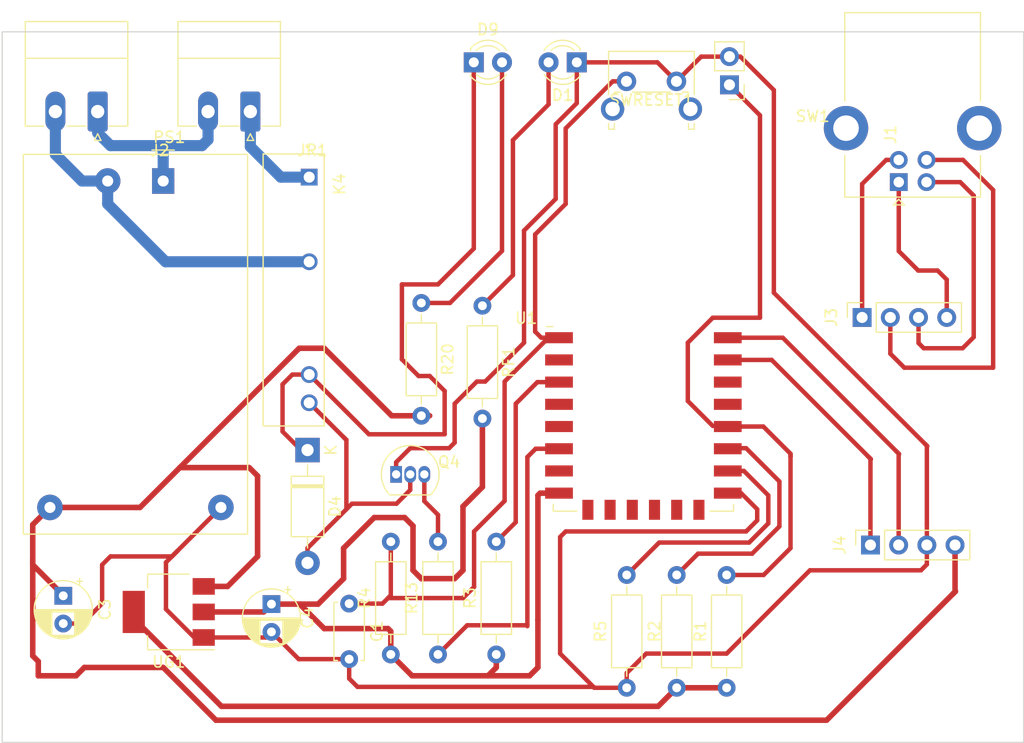
<source format=kicad_pcb>
(kicad_pcb (version 20211014) (generator pcbnew)
  (layers (0 "F.Cu" signal) (31 "B.Cu" signal) (34 "B.Paste" user) (35 "F.Paste" user) (36 "B.SilkS" user "B.Silkscreen") (37 "F.SilkS" user "F.Silkscreen") (38 "B.Mask" user) (39 "F.Mask" user) (44 "Edge.Cuts" user))
  (net 0 "")
  (net 1 "/nRST")
  (net 2 "GND")
  (net 3 "+3.3V")
  (net 4 "+5V")
  (net 5 "Net-(D1-Pad2)")
  (net 6 "Net-(D4-Pad1)")
  (net 7 "Net-(D4-Pad2)")
  (net 8 "Net-(D9-Pad2)")
  (net 9 "/5V")
  (net 10 "/RX1")
  (net 11 "/TX1")
  (net 12 "/0V")
  (net 14 "/TX")
  (net 15 "/RX")
  (net 16 "/12")
  (net 17 "Net-(Q4-Pad3)")
  (net 18 "/GPIO0")
  (net 19 "/GPIO2")
  (net 20 "/EN")
  (net 21 "/GPIO15")
  (net 22 "/GPIO12")
  (net 35 "/L")
  (net 36 "/N")
  (footprint "Package_TO_SOT_SMD:SOT-223-3_TabPin2" (layer "F.Cu") (at 127.75 112 180)
    (fp_text reference "UG1" (at 0 -4.5) (layer "F.SilkS"))
    (fp_text value "AMS1117-3.3")
    (pad "1" smd rect (at -3.15 -2.3 180) (size 2 1.5) (layers "F.Cu" "F.Paste" "F.Mask") (net 2 "GND"))
    (pad "2" smd rect (at 3.15 0 180) (size 2 3.8) (layers "F.Cu" "F.Paste" "F.Mask") (net 3 "+3.3V"))
    (pad "2" smd rect (at -3.15 0 180) (size 2 1.5) (layers "F.Cu" "F.Paste" "F.Mask") (net 3 "+3.3V"))
    (pad "3" smd rect (at -3.15 2.3 180) (size 2 1.5) (layers "F.Cu" "F.Paste" "F.Mask") (net 4 "+5V"))
  )
  (footprint "Resistor_THT:R_Axial_DIN0207_L6.3mm_D2.5mm_P10.16mm_Horizontal" (layer "F.Cu") (at 150.5 84.17 -90)
    (fp_text reference "R20" (at 5.08 -2.37 90) (layer "F.SilkS"))
    (fp_text value "330")
    (pad "1" thru_hole circle (at 0 0 270) (size 1.6 1.6) (drill 0.8) (layers *.Cu *.Mask) (net 8 "Net-(D9-Pad2)"))
    (pad "2" thru_hole oval (at 10.16 0 270) (size 1.6 1.6) (drill 0.8) (layers *.Cu *.Mask) (net 4 "+5V"))
  )
  (footprint "Capacitor_THT:CP_Radial_D5.0mm_P2.50mm" (layer "F.Cu") (at 118.25 110.544888 -90)
    (fp_text reference "C3" (at 1.25 -3.75 90) (layer "F.SilkS"))
    (fp_text value "10uF")
    (pad "1" thru_hole rect (at 0 0 270) (size 1.6 1.6) (drill 0.8) (layers *.Cu *.Mask) (net 4 "+5V"))
    (pad "2" thru_hole circle (at 2.5 0 270) (size 1.6 1.6) (drill 0.8) (layers *.Cu *.Mask) (net 2 "GND"))
  )
  (footprint "LED_THT:LED_D3.0mm" (layer "F.Cu") (at 164.5 62.5 180)
    (fp_text reference "D1" (at 1.27 -2.96) (layer "F.SilkS"))
    (fp_text value "LED_Filled")
    (pad "1" thru_hole rect (at 0 0 180) (size 1.8 1.8) (drill 0.9) (layers *.Cu *.Mask) (net 2 "GND"))
    (pad "2" thru_hole circle (at 2.54 0 180) (size 1.8 1.8) (drill 0.9) (layers *.Cu *.Mask) (net 5 "Net-(D1-Pad2)"))
  )
  (footprint "Diode_THT:D_DO-41_SOD81_P10.16mm_Horizontal" (layer "F.Cu") (at 140.25 97.42 -90)
    (fp_text reference "D4" (at 5.08 -2.47 90) (layer "F.SilkS"))
    (fp_text value "1N4007")
    (fp_text user "K" (at 0 -2.1 90) (layer "F.SilkS"))
    (pad "1" thru_hole rect (at 0 0 270) (size 2.2 2.2) (drill 1.1) (layers *.Cu *.Mask) (net 6 "Net-(D4-Pad1)"))
    (pad "2" thru_hole oval (at 10.16 0 270) (size 2.2 2.2) (drill 1.1) (layers *.Cu *.Mask) (net 7 "Net-(D4-Pad2)"))
  )
  (footprint "Converter_ACDC:Converter_ACDC_HiLink_HLK-PMxx" (layer "F.Cu") (at 127.25 73.1875 -90)
    (fp_text reference "PS1" (at -3.94 -0.55) (layer "F.SilkS"))
    (fp_text value "HLK-PM01")
    (pad "1" thru_hole rect (at 0 0 270) (size 2.3 2) (drill 1) (layers *.Cu *.Mask) (net 36 "/N"))
    (pad "2" thru_hole circle (at 0 5 270) (size 2.3 2.3) (drill 1) (layers *.Cu *.Mask) (net 35 "/L"))
    (pad "3" thru_hole circle (at 29.4 -5.2 270) (size 2.3 2.3) (drill 1) (layers *.Cu *.Mask) (net 2 "GND"))
    (pad "4" thru_hole circle (at 29.4 10.2 270) (size 2.3 2.3) (drill 1) (layers *.Cu *.Mask) (net 4 "+5V"))
  )
  (footprint "Resistor_THT:R_Axial_DIN0207_L6.3mm_D2.5mm_P10.16mm_Horizontal" (layer "F.Cu") (at 156 84.42 -90)
    (fp_text reference "RF1" (at 5.08 -2.37 90) (layer "F.SilkS"))
    (fp_text value "330")
    (pad "1" thru_hole circle (at 0 0 270) (size 1.6 1.6) (drill 0.8) (layers *.Cu *.Mask) (net 5 "Net-(D1-Pad2)"))
    (pad "2" thru_hole oval (at 10.16 0 270) (size 1.6 1.6) (drill 0.8) (layers *.Cu *.Mask) (net 3 "+3.3V"))
  )
  (footprint "Resistor_THT:R_Axial_DIN0207_L6.3mm_D2.5mm_P10.16mm_Horizontal" (layer "F.Cu") (at 152 115.83 90)
    (fp_text reference "R13" (at 5.08 -2.37 90) (layer "F.SilkS"))
    (fp_text value "1k")
    (pad "1" thru_hole circle (at 0 0 90) (size 1.6 1.6) (drill 0.8) (layers *.Cu *.Mask) (net 22 "/GPIO12"))
    (pad "2" thru_hole oval (at 10.16 0 90) (size 1.6 1.6) (drill 0.8) (layers *.Cu *.Mask) (net 17 "Net-(Q4-Pad3)"))
  )
  (footprint "RF_Module:ESP-12E" (layer "F.Cu") (at 170.5 90.8)
    (fp_text reference "U1" (at -10.56 -5.26) (layer "F.SilkS"))
    (fp_text value "ESP-12E")
    (pad "1" smd rect (at -7.6 -3.5) (size 2.5 1) (layers "F.Cu" "F.Paste" "F.Mask") (net 1 "/nRST"))
    (pad "2" smd rect (at -7.6 -1.5) (size 2.5 1) (layers "F.Cu" "F.Paste" "F.Mask"))
    (pad "3" smd rect (at -7.6 0.5) (size 2.5 1) (layers "F.Cu" "F.Paste" "F.Mask") (net 20 "/EN"))
    (pad "4" smd rect (at -7.6 2.5) (size 2.5 1) (layers "F.Cu" "F.Paste" "F.Mask"))
    (pad "5" smd rect (at -7.6 4.5) (size 2.5 1) (layers "F.Cu" "F.Paste" "F.Mask"))
    (pad "6" smd rect (at -7.6 6.5) (size 2.5 1) (layers "F.Cu" "F.Paste" "F.Mask") (net 22 "/GPIO12"))
    (pad "7" smd rect (at -7.6 8.5) (size 2.5 1) (layers "F.Cu" "F.Paste" "F.Mask"))
    (pad "8" smd rect (at -7.6 10.5) (size 2.5 1) (layers "F.Cu" "F.Paste" "F.Mask") (net 3 "+3.3V"))
    (pad "9" smd rect (at -5 12) (size 1 1.8) (layers "F.Cu" "F.Paste" "F.Mask"))
    (pad "10" smd rect (at -3 12) (size 1 1.8) (layers "F.Cu" "F.Paste" "F.Mask"))
    (pad "11" smd rect (at -1 12) (size 1 1.8) (layers "F.Cu" "F.Paste" "F.Mask"))
    (pad "12" smd rect (at 1 12) (size 1 1.8) (layers "F.Cu" "F.Paste" "F.Mask"))
    (pad "13" smd rect (at 3 12) (size 1 1.8) (layers "F.Cu" "F.Paste" "F.Mask"))
    (pad "14" smd rect (at 5 12) (size 1 1.8) (layers "F.Cu" "F.Paste" "F.Mask"))
    (pad "15" smd rect (at 7.6 10.5) (size 2.5 1) (layers "F.Cu" "F.Paste" "F.Mask") (net 2 "GND"))
    (pad "16" smd rect (at 7.6 8.5) (size 2.5 1) (layers "F.Cu" "F.Paste" "F.Mask") (net 21 "/GPIO15"))
    (pad "17" smd rect (at 7.6 6.5) (size 2.5 1) (layers "F.Cu" "F.Paste" "F.Mask") (net 19 "/GPIO2"))
    (pad "18" smd rect (at 7.6 4.5) (size 2.5 1) (layers "F.Cu" "F.Paste" "F.Mask") (net 18 "/GPIO0"))
    (pad "19" smd rect (at 7.6 2.5) (size 2.5 1) (layers "F.Cu" "F.Paste" "F.Mask"))
    (pad "20" smd rect (at 7.6 0.5) (size 2.5 1) (layers "F.Cu" "F.Paste" "F.Mask"))
    (pad "21" smd rect (at 7.6 -1.5) (size 2.5 1) (layers "F.Cu" "F.Paste" "F.Mask") (net 14 "/TX"))
    (pad "22" smd rect (at 7.6 -3.5) (size 2.5 1) (layers "F.Cu" "F.Paste" "F.Mask") (net 15 "/RX"))
  )
  (footprint "Connector_USB:USB_B_Lumberg_2411_02_Horizontal" (layer "F.Cu") (at 193.5 73.2875 90)
    (fp_text reference "J1" (at 4.2875 -0.75 90) (layer "F.SilkS"))
    (fp_text value "USB_B")
    (pad "1" thru_hole rect (at 0 0 180) (size 1.6 1.6) (drill 0.95) (layers *.Cu *.Mask) (net 9 "/5V"))
    (pad "2" thru_hole circle (at 0 2.5 180) (size 1.6 1.6) (drill 0.95) (layers *.Cu *.Mask) (net 10 "/RX1"))
    (pad "3" thru_hole circle (at 2 2.5 180) (size 1.6 1.6) (drill 0.95) (layers *.Cu *.Mask) (net 11 "/TX1"))
    (pad "4" thru_hole circle (at 2 0 180) (size 1.6 1.6) (drill 0.95) (layers *.Cu *.Mask) (net 12 "/0V"))
    (pad "5" thru_hole circle (at 4.86 -4.75 180) (size 4 4) (drill 2.3) (layers *.Cu *.Mask))
    (pad "5" thru_hole circle (at 4.86 7.25 180) (size 4 4) (drill 2.3) (layers *.Cu *.Mask))
  )
  (footprint "Resistor_THT:R_Axial_DIN0207_L6.3mm_D2.5mm_P10.16mm_Horizontal" (layer "F.Cu") (at 173.5 118.83 90)
    (fp_text reference "R2" (at 5.08 -2 90) (layer "F.SilkS"))
    (fp_text value "10k")
    (pad "1" thru_hole circle (at 0 0 90) (size 1.6 1.6) (drill 0.8) (layers *.Cu *.Mask) (net 3 "+3.3V"))
    (pad "2" thru_hole oval (at 10.16 0 90) (size 1.6 1.6) (drill 0.8) (layers *.Cu *.Mask) (net 19 "/GPIO2"))
  )
  (footprint "Connector_PinSocket_2.54mm:PinSocket_1x04_P2.54mm_Vertical" (layer "F.Cu") (at 190.95 105.975 90)
    (fp_text reference "J4" (at 0 -2.77 90) (layer "F.SilkS"))
    (fp_text value "Conn_01x04")
    (pad "1" thru_hole rect (at 0 0 90) (size 1.7 1.7) (drill 1) (layers *.Cu *.Mask) (net 14 "/TX"))
    (pad "2" thru_hole oval (at 0 2.54 90) (size 1.7 1.7) (drill 1) (layers *.Cu *.Mask) (net 15 "/RX"))
    (pad "3" thru_hole oval (at 0 5.08 90) (size 1.7 1.7) (drill 1) (layers *.Cu *.Mask) (net 2 "GND"))
    (pad "4" thru_hole oval (at 0 7.62 90) (size 1.7 1.7) (drill 1) (layers *.Cu *.Mask) (net 4 "+5V"))
  )
  (footprint "Resistor_THT:R_Axial_DIN0207_L6.3mm_D2.5mm_P10.16mm_Horizontal" (layer "F.Cu") (at 157.25 115.83 90)
    (fp_text reference "R3" (at 5.08 -2.37 90) (layer "F.SilkS"))
    (fp_text value "10k")
    (pad "1" thru_hole circle (at 0 0 90) (size 1.6 1.6) (drill 0.8) (layers *.Cu *.Mask) (net 3 "+3.3V"))
    (pad "2" thru_hole oval (at 10.16 0 90) (size 1.6 1.6) (drill 0.8) (layers *.Cu *.Mask) (net 20 "/EN"))
  )
  (footprint "Connector_Phoenix_MC:PhoenixContact_MC_1,5_2-G-3.81_1x02_P3.81mm_Horizontal" (layer "F.Cu") (at 121.35 66.9325 180)
    (fp_text reference "J2" (at -5.6 -3.5) (layer "F.SilkS"))
    (fp_text value "Conn_01x02")
    (pad "1" thru_hole roundrect (at 0 0 180) (size 1.8 3.6) (drill 1.2) (layers *.Cu *.Mask) (roundrect_rratio 0.138889) (net 36 "/N"))
    (pad "2" thru_hole oval (at 3.81 0 180) (size 1.8 3.6) (drill 1.2) (layers *.Cu *.Mask) (net 35 "/L"))
  )
  (footprint "Connector_PinSocket_2.54mm:PinSocket_1x04_P2.54mm_Vertical" (layer "F.Cu") (at 190.2 85.475 90)
    (fp_text reference "J3" (at 0 -2.77 90) (layer "F.SilkS"))
    (fp_text value "Conn_01x04")
    (pad "1" thru_hole rect (at 0 0 90) (size 1.7 1.7) (drill 1) (layers *.Cu *.Mask) (net 12 "/0V"))
    (pad "2" thru_hole oval (at 0 2.54 90) (size 1.7 1.7) (drill 1) (layers *.Cu *.Mask) (net 11 "/TX1"))
    (pad "3" thru_hole oval (at 0 5.08 90) (size 1.7 1.7) (drill 1) (layers *.Cu *.Mask) (net 10 "/RX1"))
    (pad "4" thru_hole oval (at 0 7.62 90) (size 1.7 1.7) (drill 1) (layers *.Cu *.Mask) (net 9 "/5V"))
  )
  (footprint "Connector_Phoenix_MC:PhoenixContact_MC_1,5_2-G-3.81_1x02_P3.81mm_Horizontal" (layer "F.Cu") (at 135.1 66.9325 180)
    (fp_text reference "JR1" (at -5.6 -3.5) (layer "F.SilkS"))
    (fp_text value "Conn_01x02")
    (pad "1" thru_hole roundrect (at 0 0 180) (size 1.8 3.6) (drill 1.2) (layers *.Cu *.Mask) (roundrect_rratio 0.138889) (net 16 "/12"))
    (pad "2" thru_hole oval (at 3.81 0 180) (size 1.8 3.6) (drill 1.2) (layers *.Cu *.Mask) (net 36 "/N"))
  )
  (footprint "Resistor_THT:R_Axial_DIN0207_L6.3mm_D2.5mm_P10.16mm_Horizontal" (layer "F.Cu") (at 178 118.83 90)
    (fp_text reference "R1" (at 5.08 -2.37 90) (layer "F.SilkS"))
    (fp_text value "10k")
    (pad "1" thru_hole circle (at 0 0 90) (size 1.6 1.6) (drill 0.8) (layers *.Cu *.Mask) (net 3 "+3.3V"))
    (pad "2" thru_hole oval (at 10.16 0 90) (size 1.6 1.6) (drill 0.8) (layers *.Cu *.Mask) (net 18 "/GPIO0"))
  )
  (footprint "Package_TO_SOT_THT:TO-92_Inline" (layer "F.Cu") (at 148.23 99.61)
    (fp_text reference "Q4" (at 4.77 -1.11) (layer "F.SilkS"))
    (fp_text value "2SC1815")
    (pad "1" thru_hole rect (at 0 0) (size 1.05 1.5) (drill 0.75) (layers *.Cu *.Mask) (net 2 "GND"))
    (pad "2" thru_hole oval (at 1.27 0) (size 1.05 1.5) (drill 0.75) (layers *.Cu *.Mask) (net 7 "Net-(D4-Pad2)"))
    (pad "3" thru_hole oval (at 2.54 0) (size 1.05 1.5) (drill 0.75) (layers *.Cu *.Mask) (net 17 "Net-(Q4-Pad3)"))
  )
  (footprint "Button_Switch_THT:SW_Tactile_SPST_Angled_PTS645Vx39-2LFS" (layer "F.Cu") (at 168.975 64.2125)
    (fp_text reference "SWRESET1" (at 2.25 1.68) (layer "F.SilkS"))
    (fp_text value "SW_Push")
    (pad "" thru_hole circle (at 5.76 2.49) (size 2.1 2.1) (drill 1.3) (layers *.Cu *.Mask))
    (pad "" thru_hole circle (at -1.25 2.49) (size 2.1 2.1) (drill 1.3) (layers *.Cu *.Mask))
    (pad "1" thru_hole circle (at 0 0) (size 1.75 1.75) (drill 0.99) (layers *.Cu *.Mask) (net 1 "/nRST"))
    (pad "2" thru_hole circle (at 4.5 0) (size 1.75 1.75) (drill 0.99) (layers *.Cu *.Mask) (net 2 "GND"))
  )
  (footprint "Connector_PinHeader_2.54mm:PinHeader_1x02_P2.54mm_Vertical" (layer "F.Cu") (at 178.25 64.525 180)
    (fp_text reference "SW1" (at -7.5 -2.83) (layer "F.SilkS"))
    (fp_text value "SW_DIP_x01")
    (pad "1" thru_hole rect (at 0 0 180) (size 1.7 1.7) (drill 1) (layers *.Cu *.Mask) (net 18 "/GPIO0"))
    (pad "2" thru_hole oval (at 0 2.54 180) (size 1.7 1.7) (drill 1) (layers *.Cu *.Mask) (net 2 "GND"))
  )
  (footprint "Resistor_THT:R_Axial_DIN0207_L6.3mm_D2.5mm_P10.16mm_Horizontal" (layer "F.Cu") (at 147.75 115.83 90)
    (fp_text reference "R4" (at 5.08 -2.37 90) (layer "F.SilkS"))
    (fp_text value "10k")
    (pad "1" thru_hole circle (at 0 0 90) (size 1.6 1.6) (drill 0.8) (layers *.Cu *.Mask) (net 3 "+3.3V"))
    (pad "2" thru_hole oval (at 10.16 0 90) (size 1.6 1.6) (drill 0.8) (layers *.Cu *.Mask) (net 1 "/nRST"))
  )
  (footprint "G3MB-202PDC5:RELAY_G3MB-202PDC5" (layer "F.Cu") (at 139 83 -90)
    (fp_text reference "K4" (at -9.525 -4.135 90) (layer "F.SilkS"))
    (fp_text value "G3MB-202PDC5")
    (pad "1" thru_hole rect locked (at -10.16 -1.4 270) (size 1.508 1.508) (drill 1) (layers *.Cu *.Mask) (net 16 "/12"))
    (pad "2" thru_hole circle locked (at -2.54 -1.4 270) (size 1.508 1.508) (drill 1) (layers *.Cu *.Mask) (net 35 "/L"))
    (pad "3" thru_hole circle locked (at 7.62 -1.4 270) (size 1.508 1.508) (drill 1) (layers *.Cu *.Mask) (net 6 "Net-(D4-Pad1)"))
    (pad "4" thru_hole circle locked (at 10.16 -1.4 270) (size 1.508 1.508) (drill 1) (layers *.Cu *.Mask) (net 7 "Net-(D4-Pad2)"))
  )
  (footprint "Capacitor_THT:CP_Radial_D5.0mm_P2.50mm" (layer "F.Cu") (at 137 111.294888 -90)
    (fp_text reference "C4" (at 1.25 -3.25 90) (layer "F.SilkS"))
    (fp_text value "10uF")
    (pad "1" thru_hole rect (at 0 0 270) (size 1.6 1.6) (drill 0.8) (layers *.Cu *.Mask) (net 3 "+3.3V"))
    (pad "2" thru_hole circle (at 2.5 0 270) (size 1.6 1.6) (drill 0.8) (layers *.Cu *.Mask) (net 2 "GND"))
  )
  (footprint "Resistor_THT:R_Axial_DIN0207_L6.3mm_D2.5mm_P10.16mm_Horizontal" (layer "F.Cu") (at 169 118.83 90)
    (fp_text reference "R5" (at 5.08 -2.37 90) (layer "F.SilkS"))
    (fp_text value "10k")
    (pad "1" thru_hole circle (at 0 0 90) (size 1.6 1.6) (drill 0.8) (layers *.Cu *.Mask) (net 2 "GND"))
    (pad "2" thru_hole oval (at 10.16 0 90) (size 1.6 1.6) (drill 0.8) (layers *.Cu *.Mask) (net 21 "/GPIO15"))
  )
  (footprint "LED_THT:LED_D3.0mm" (layer "F.Cu") (at 155.225 62.5)
    (fp_text reference "D9" (at 1.27 -2.96) (layer "F.SilkS"))
    (fp_text value "LED_Filled")
    (pad "1" thru_hole rect (at 0 0) (size 1.8 1.8) (drill 0.9) (layers *.Cu *.Mask) (net 6 "Net-(D4-Pad1)"))
    (pad "2" thru_hole circle (at 2.54 0) (size 1.8 1.8) (drill 0.9) (layers *.Cu *.Mask) (net 8 "Net-(D9-Pad2)"))
  )
  (footprint "Capacitor_THT:C_Disc_D5.0mm_W2.5mm_P5.00mm" (layer "F.Cu") (at 144 111.25 -90)
    (fp_text reference "C1" (at 2.5 -2.5 90) (layer "F.SilkS"))
    (fp_text value "470pF")
    (pad "1" thru_hole circle (at 0 0 270) (size 1.6 1.6) (drill 0.8) (layers *.Cu *.Mask) (net 1 "/nRST"))
    (pad "2" thru_hole circle (at 5 0 270) (size 1.6 1.6) (drill 0.8) (layers *.Cu *.Mask) (net 2 "GND"))
  )
  (gr_rect (start 112.75 59.75) (end 204.75 123.75) (layer "Edge.Cuts") (width 0.1) (fill none))
  (segment (start 161.3 87.3) (end 162.9 87.3) (width 0.4) (layer "F.Cu") (net 1))
  (segment (start 160.75 78) (end 160.75 86.75) (width 0.4) (layer "F.Cu") (net 1))
  (segment (start 163.5 75.25) (end 160.75 78) (width 0.4) (layer "F.Cu") (net 1))
  (segment (start 167.737564 64.2125) (end 163.5 68.450064) (width 0.4) (layer "F.Cu") (net 1))
  (segment (start 155.25 104.75) (end 155.25 109.75) (width 0.4) (layer "F.Cu") (net 1))
  (segment (start 158 91.25) (end 158 102) (width 0.4) (layer "F.Cu") (net 1))
  (segment (start 158 102) (end 155.25 104.75) (width 0.4) (layer "F.Cu") (net 1))
  (segment (start 160.75 86.75) (end 161.3 87.3) (width 0.4) (layer "F.Cu") (net 1))
  (segment (start 147.75 110.5) (end 147.75 105.67) (width 0.4) (layer "F.Cu") (net 1))
  (segment (start 161.95 87.3) (end 158 91.25) (width 0.4) (layer "F.Cu") (net 1))
  (segment (start 144 111.25) (end 147 111.25) (width 0.4) (layer "F.Cu") (net 1))
  (segment (start 168.975 64.2125) (end 167.737564 64.2125) (width 0.4) (layer "F.Cu") (net 1))
  (segment (start 147.5 110.75) (end 147.75 110.5) (width 0.4) (layer "F.Cu") (net 1))
  (segment (start 163.5 68.450064) (end 163.5 75.25) (width 0.4) (layer "F.Cu") (net 1))
  (segment (start 154.25 110.75) (end 147.5 110.75) (width 0.4) (layer "F.Cu") (net 1))
  (segment (start 155.25 109.75) (end 154.25 110.75) (width 0.4) (layer "F.Cu") (net 1))
  (segment (start 162.9 87.3) (end 161.95 87.3) (width 0.4) (layer "F.Cu") (net 1))
  (segment (start 147 111.25) (end 147.75 110.5) (width 0.4) (layer "F.Cu") (net 1))
  (segment (start 137 113.794888) (end 139.455112 116.25) (width 0.4) (layer "F.Cu") (net 2))
  (segment (start 121.75 111.25) (end 121.75 107.75) (width 0.4) (layer "F.Cu") (net 2))
  (segment (start 148.23 99.36) (end 148.14 99.36) (width 0.4) (layer "F.Cu") (net 2))
  (segment (start 180.75 102.75) (end 179.3 101.3) (width 0.4) (layer "F.Cu") (net 2))
  (segment (start 153.5 93.25) (end 153.5 96.75) (width 0.4) (layer "F.Cu") (net 2))
  (segment (start 195.5 108.25) (end 185.5 108.25) (width 0.4) (layer "F.Cu") (net 2))
  (segment (start 163 115.75) (end 163 105.25) (width 0.4) (layer "F.Cu") (net 2))
  (segment (start 196.03 105.975) (end 196.03 107.72) (width 0.4) (layer "F.Cu") (net 2))
  (segment (start 182.25 65) (end 179.235 61.985) (width 0.4) (layer "F.Cu") (net 2))
  (segment (start 118.25 113.044888) (end 119.955112 113.044888) (width 0.4) (layer "F.Cu") (net 2))
  (segment (start 132.45 102.95) (end 132.45 102.5875) (width 0.4) (layer "F.Cu") (net 2))
  (segment (start 179.235 61.985) (end 178.25 61.985) (width 0.4) (layer "F.Cu") (net 2))
  (segment (start 166.08 118.83) (end 163 115.75) (width 0.4) (layer "F.Cu") (net 2))
  (segment (start 162.6 68.077272) (end 162.6 74.8) (width 0.4) (layer "F.Cu") (net 2))
  (segment (start 185.5 108.25) (end 178 115.75) (width 0.4) (layer "F.Cu") (net 2))
  (segment (start 136.494888 114.3) (end 137 113.794888) (width 0.4) (layer "F.Cu") (net 2))
  (segment (start 180.75 103.75) (end 180.75 102.75) (width 0.4) (layer "F.Cu") (net 2))
  (segment (start 196.07 97.07) (end 195.875 96.875) (width 0.4) (layer "F.Cu") (net 2))
  (segment (start 149.5 97.25) (end 148.23 98.52) (width 0.4) (layer "F.Cu") (net 2))
  (segment (start 164.5 62.5) (end 164.5 66.177272) (width 0.4) (layer "F.Cu") (net 2))
  (segment (start 144 118) (end 144 116.25) (width 0.4) (layer "F.Cu") (net 2))
  (segment (start 178 115.75) (end 170.75 115.75) (width 0.4) (layer "F.Cu") (net 2))
  (segment (start 196.03 105.975) (end 196.03 104.03) (width 0.4) (layer "F.Cu") (net 2))
  (segment (start 159.75 77.65) (end 159.75 87.75) (width 0.4) (layer "F.Cu") (net 2))
  (segment (start 127.5 107.5375) (end 127.5 111.75) (width 0.4) (layer "F.Cu") (net 2))
  (segment (start 132.45 102.5875) (end 128.51875 106.51875) (width 0.4) (layer "F.Cu") (net 2))
  (segment (start 119.955112 113.044888) (end 121.75 111.25) (width 0.4) (layer "F.Cu") (net 2))
  (segment (start 127.5 111.75) (end 130.05 114.3) (width 0.4) (layer "F.Cu") (net 2))
  (segment (start 164.5 62.5) (end 171.7625 62.5) (width 0.4) (layer "F.Cu") (net 2))
  (segment (start 122.5 107) (end 128.0375 107) (width 0.4) (layer "F.Cu") (net 2))
  (segment (start 170.75 115.75) (end 169 117.5) (width 0.4) (layer "F.Cu") (net 2))
  (segment (start 130.9 114.3) (end 136.494888 114.3) (width 0.4) (layer "F.Cu") (net 2))
  (segment (start 196.03 97.03) (end 195.875 96.875) (width 0.4) (layer "F.Cu") (net 2))
  (segment (start 169 118.83) (end 166.08 118.83) (width 0.4) (layer "F.Cu") (net 2))
  (segment (start 166 118.75) (end 166.08 118.83) (width 0.4) (layer "F.Cu") (net 2))
  (segment (start 162.6 74.8) (end 159.75 77.65) (width 0.4) (layer "F.Cu") (net 2))
  (segment (start 153 97.25) (end 149.5 97.25) (width 0.4) (layer "F.Cu") (net 2))
  (segment (start 148.14 99.36) (end 148 99.5) (width 0.4) (layer "F.Cu") (net 2))
  (segment (start 175.7025 61.985) (end 173.475 64.2125) (width 0.4) (layer "F.Cu") (net 2))
  (segment (start 182.25 83.25) (end 182.25 65) (width 0.4) (layer "F.Cu") (net 2))
  (segment (start 169 117.5) (end 169 118.83) (width 0.4) (layer "F.Cu") (net 2))
  (segment (start 164.5 66.177272) (end 162.6 68.077272) (width 0.4) (layer "F.Cu") (net 2))
  (segment (start 130.05 114.3) (end 130.9 114.3) (width 0.4) (layer "F.Cu") (net 2))
  (segment (start 196.03 104.03) (end 196.03 97.03) (width 0.4) (layer "F.Cu") (net 2))
  (segment (start 144.75 118.75) (end 144 118) (width 0.4) (layer "F.Cu") (net 2))
  (segment (start 179.75 104.75) (end 180.75 103.75) (width 0.4) (layer "F.Cu") (net 2))
  (segment (start 144.75 118.75) (end 166 118.75) (width 0.4) (layer "F.Cu") (net 2))
  (segment (start 156.25 91.25) (end 155.5 91.25) (width 0.4) (layer "F.Cu") (net 2))
  (segment (start 139.455112 116.25) (end 144 116.25) (width 0.4) (layer "F.Cu") (net 2))
  (segment (start 153.5 96.75) (end 153 97.25) (width 0.4) (layer "F.Cu") (net 2))
  (segment (start 159.75 87.75) (end 156.25 91.25) (width 0.4) (layer "F.Cu") (net 2))
  (segment (start 163.5 104.75) (end 179.75 104.75) (width 0.4) (layer "F.Cu") (net 2))
  (segment (start 148.23 98.52) (end 148.23 99.61) (width 0.4) (layer "F.Cu") (net 2))
  (segment (start 179.3 101.3) (end 178.1 101.3) (width 0.4) (layer "F.Cu") (net 2))
  (segment (start 195.875 96.875) (end 182.25 83.25) (width 0.4) (layer "F.Cu") (net 2))
  (segment (start 163 105.25) (end 163.5 104.75) (width 0.4) (layer "F.Cu") (net 2))
  (segment (start 128.51875 106.51875) (end 127.5 107.5375) (width 0.4) (layer "F.Cu") (net 2))
  (segment (start 178.25 61.985) (end 175.7025 61.985) (width 0.4) (layer "F.Cu") (net 2))
  (segment (start 121.75 107.75) (end 122.5 107) (width 0.4) (layer "F.Cu") (net 2))
  (segment (start 171.7625 62.5) (end 173.475 64.2125) (width 0.4) (layer "F.Cu") (net 2))
  (segment (start 196.03 107.72) (end 195.5 108.25) (width 0.4) (layer "F.Cu") (net 2))
  (segment (start 148.23 99.36) (end 148.23 100.02) (width 0.4) (layer "F.Cu") (net 2))
  (segment (start 155.5 91.25) (end 153.5 93.25) (width 0.4) (layer "F.Cu") (net 2))
  (segment (start 165.04 61.96) (end 164.5 62.5) (width 0.4) (layer "F.Cu") (net 2))
  (segment (start 128.0375 107) (end 128.51875 106.51875) (width 0.4) (layer "F.Cu") (net 2))
  (segment (start 154.25 108.25) (end 153.5 109) (width 0.5) (layer "F.Cu") (net 3))
  (segment (start 156 94.58) (end 156 100.75) (width 0.5) (layer "F.Cu") (net 3))
  (segment (start 173.5 118.83) (end 171.83 120.5) (width 0.5) (layer "F.Cu") (net 3))
  (segment (start 132.5 120.5) (end 124.6 112.6) (width 0.5) (layer "F.Cu") (net 3))
  (segment (start 161 101.5) (end 161.2 101.3) (width 0.5) (layer "F.Cu") (net 3))
  (segment (start 141.75 113.5) (end 147.5 113.5) (width 0.5) (layer "F.Cu") (net 3))
  (segment (start 146.25 103.5) (end 143.5 106.25) (width 0.5) (layer "F.Cu") (net 3))
  (segment (start 161.2 101.3) (end 162.9 101.3) (width 0.5) (layer "F.Cu") (net 3))
  (segment (start 156.5 117.75) (end 149.67 117.75) (width 0.5) (layer "F.Cu") (net 3))
  (segment (start 161 117) (end 161 112.75) (width 0.5) (layer "F.Cu") (net 3))
  (segment (start 160.25 117.75) (end 161 117) (width 0.5) (layer "F.Cu") (net 3))
  (segment (start 139.544888 111.294888) (end 141.75 113.5) (width 0.5) (layer "F.Cu") (net 3))
  (segment (start 149.75 104.25) (end 149 103.5) (width 0.5) (layer "F.Cu") (net 3))
  (segment (start 154.25 102.5) (end 154.25 108.25) (width 0.5) (layer "F.Cu") (net 3))
  (segment (start 156 100.75) (end 154.25 102.5) (width 0.5) (layer "F.Cu") (net 3))
  (segment (start 171.83 120.5) (end 132.5 120.5) (width 0.5) (layer "F.Cu") (net 3))
  (segment (start 149.67 117.75) (end 147.75 115.83) (width 0.5) (layer "F.Cu") (net 3))
  (segment (start 141.205112 111.294888) (end 139.544888 111.294888) (width 0.5) (layer "F.Cu") (net 3))
  (segment (start 150.5 109) (end 149.75 108.25) (width 0.5) (layer "F.Cu") (net 3))
  (segment (start 156.5 117.75) (end 160.25 117.75) (width 0.5) (layer "F.Cu") (net 3))
  (segment (start 143.5 109) (end 141.205112 111.294888) (width 0.5) (layer "F.Cu") (net 3))
  (segment (start 153.5 109) (end 150.5 109) (width 0.5) (layer "F.Cu") (net 3))
  (segment (start 157.25 115.83) (end 157.25 117) (width 0.5) (layer "F.Cu") (net 3))
  (segment (start 124.6 112.6) (end 124.6 112) (width 0.5) (layer "F.Cu") (net 3))
  (segment (start 137 111.294888) (end 139.544888 111.294888) (width 0.5) (layer "F.Cu") (net 3))
  (segment (start 173.5 118.83) (end 178 118.83) (width 0.5) (layer "F.Cu") (net 3))
  (segment (start 161 112.75) (end 161 101.5) (width 0.5) (layer "F.Cu") (net 3))
  (segment (start 149 103.5) (end 146.25 103.5) (width 0.5) (layer "F.Cu") (net 3))
  (segment (start 136.294888 112) (end 137 111.294888) (width 0.5) (layer "F.Cu") (net 3))
  (segment (start 157.25 117) (end 156.5 117.75) (width 0.5) (layer "F.Cu") (net 3))
  (segment (start 147.5 113.5) (end 147.75 113.75) (width 0.5) (layer "F.Cu") (net 3))
  (segment (start 130.9 112) (end 136.294888 112) (width 0.5) (layer "F.Cu") (net 3))
  (segment (start 149.75 108.25) (end 149.75 104.25) (width 0.5) (layer "F.Cu") (net 3))
  (segment (start 143.5 106.25) (end 143.5 109) (width 0.5) (layer "F.Cu") (net 3))
  (segment (start 147.75 113.75) (end 147.75 115.83) (width 0.5) (layer "F.Cu") (net 3))
  (segment (start 115.5 107.25) (end 115.5 104.1375) (width 0.5) (layer "F.Cu") (net 4))
  (segment (start 131 109.6) (end 130.9 109.7) (width 0.5) (layer "F.Cu") (net 4))
  (segment (start 115.5 104.1375) (end 117.05 102.5875) (width 0.5) (layer "F.Cu") (net 4))
  (segment (start 128.75 99) (end 125.1625 102.5875) (width 0.5) (layer "F.Cu") (net 4))
  (segment (start 127.25 117) (end 132 121.75) (width 0.5) (layer "F.Cu") (net 4))
  (segment (start 147.83 94.33) (end 141.75 88.25) (width 0.5) (layer "F.Cu") (net 4))
  (segment (start 139.5 88.25) (end 128.75 99) (width 0.5) (layer "F.Cu") (net 4))
  (segment (start 187 121.75) (end 198.375 110.375) (width 0.5) (layer "F.Cu") (net 4))
  (segment (start 198.57 105.975) (end 198.57 110.18) (width 0.5) (layer "F.Cu") (net 4))
  (segment (start 118.25 110.5) (end 115.5 107.75) (width 0.5) (layer "F.Cu") (net 4))
  (segment (start 133.05 109.7) (end 135.75 107) (width 0.5) (layer "F.Cu") (net 4))
  (segment (start 119.397145 117.75) (end 120.147145 117) (width 0.5) (layer "F.Cu") (net 4))
  (segment (start 135.75 107) (end 135.75 99.75) (width 0.5) (layer "F.Cu") (net 4))
  (segment (start 141.75 88.25) (end 139.5 88.25) (width 0.5) (layer "F.Cu") (net 4))
  (segment (start 120.147145 117) (end 127.25 117) (width 0.5) (layer "F.Cu") (net 4))
  (segment (start 132 121.75) (end 187 121.75) (width 0.5) (layer "F.Cu") (net 4))
  (segment (start 116 117.75) (end 119.397145 117.75) (width 0.5) (layer "F.Cu") (net 4))
  (segment (start 198.57 110.18) (end 198.375 110.375) (width 0.5) (layer "F.Cu") (net 4))
  (segment (start 124.8375 102.5875) (end 117.05 102.5875) (width 0.5) (layer "F.Cu") (net 4))
  (segment (start 115.5 115.955113) (end 116 116.455113) (width 0.5) (layer "F.Cu") (net 4))
  (segment (start 116 116.455113) (end 116 117.75) (width 0.5) (layer "F.Cu") (net 4))
  (segment (start 115.5 107.25) (end 115.5 115.955113) (width 0.5) (layer "F.Cu") (net 4))
  (segment (start 135.75 99.75) (end 135 99) (width 0.5) (layer "F.Cu") (net 4))
  (segment (start 118.25 110.544888) (end 118.25 110.5) (width 0.5) (layer "F.Cu") (net 4))
  (segment (start 130.9 109.7) (end 133.05 109.7) (width 0.5) (layer "F.Cu") (net 4))
  (segment (start 151.25 94.33) (end 147.83 94.33) (width 0.5) (layer "F.Cu") (net 4))
  (segment (start 115.5 107.75) (end 115.5 107.25) (width 0.5) (layer "F.Cu") (net 4))
  (segment (start 198.61 110.14) (end 198.375 110.375) (width 0.5) (layer "F.Cu") (net 4))
  (segment (start 125.1625 102.5875) (end 124.8375 102.5875) (width 0.5) (layer "F.Cu") (net 4))
  (segment (start 135 99) (end 128.75 99) (width 0.5) (layer "F.Cu") (net 4))
  (segment (start 158.75 81.67) (end 158.75 69.5) (width 0.4) (layer "F.Cu") (net 5))
  (segment (start 158.75 69.5) (end 161.96 66.29) (width 0.4) (layer "F.Cu") (net 5))
  (segment (start 161.96 66.29) (end 161.96 62.5) (width 0.4) (layer "F.Cu") (net 5))
  (segment (start 156 84.42) (end 158.75 81.67) (width 0.4) (layer "F.Cu") (net 5))
  (segment (start 151.25 90.75) (end 152.6 92.1) (width 0.4) (layer "F.Cu") (net 6))
  (segment (start 152 82.5) (end 148.75 82.5) (width 0.4) (layer "F.Cu") (net 6))
  (segment (start 155.225 79.275) (end 152 82.5) (width 0.4) (layer "F.Cu") (net 6))
  (segment (start 140.25 97.42) (end 139.67 97.42) (width 0.4) (layer "F.Cu") (net 6))
  (segment (start 138.88 90.62) (end 140.4 90.62) (width 0.4) (layer "F.Cu") (net 6))
  (segment (start 148.75 82.5) (end 148.75 89.25) (width 0.4) (layer "F.Cu") (net 6))
  (segment (start 139.67 97.42) (end 138 95.75) (width 0.4) (layer "F.Cu") (net 6))
  (segment (start 148.75 89.25) (end 150.25 90.75) (width 0.4) (layer "F.Cu") (net 6))
  (segment (start 150.25 90.75) (end 151.25 90.75) (width 0.4) (layer "F.Cu") (net 6))
  (segment (start 138 95.75) (end 138 91.5) (width 0.4) (layer "F.Cu") (net 6))
  (segment (start 152.6 92.1) (end 152.6 96) (width 0.4) (layer "F.Cu") (net 6))
  (segment (start 152.6 96) (end 145.78 96) (width 0.4) (layer "F.Cu") (net 6))
  (segment (start 155.225 62.5) (end 155.225 79.275) (width 0.4) (layer "F.Cu") (net 6))
  (segment (start 138 91.5) (end 138.88 90.62) (width 0.4) (layer "F.Cu") (net 6))
  (segment (start 145.78 96) (end 140.4 90.62) (width 0.4) (layer "F.Cu") (net 6))
  (segment (start 143.74 96.5) (end 143.495 96.255) (width 0.4) (layer "F.Cu") (net 7))
  (segment (start 143.75 102.75) (end 143.75 96.51) (width 0.4) (layer "F.Cu") (net 7))
  (segment (start 143.75 96.5) (end 143.74 96.5) (width 0.4) (layer "F.Cu") (net 7))
  (segment (start 140.25 107.58) (end 140.25 106.25) (width 0.4) (layer "F.Cu") (net 7))
  (segment (start 148.265 102.25) (end 149.5 101.015) (width 0.4) (layer "F.Cu") (net 7))
  (segment (start 144.25 102.25) (end 148.265 102.25) (width 0.4) (layer "F.Cu") (net 7))
  (segment (start 149.5 101.015) (end 149.5 99.61) (width 0.4) (layer "F.Cu") (net 7))
  (segment (start 143.75 102.75) (end 144.25 102.25) (width 0.4) (layer "F.Cu") (net 7))
  (segment (start 143.495 96.255) (end 140.4 93.16) (width 0.4) (layer "F.Cu") (net 7))
  (segment (start 140.25 106.25) (end 143.75 102.75) (width 0.4) (layer "F.Cu") (net 7))
  (segment (start 143.75 96.51) (end 143.495 96.255) (width 0.4) (layer "F.Cu") (net 7))
  (segment (start 151.25 84.17) (end 153.08 84.17) (width 0.4) (layer "F.Cu") (net 8))
  (segment (start 153.08 84.17) (end 157.765 79.485) (width 0.4) (layer "F.Cu") (net 8))
  (segment (start 157.765 79.485) (end 157.765 62.5) (width 0.4) (layer "F.Cu") (net 8))
  (segment (start 193.5 73.2875) (end 193.5 79.5) (width 0.4) (layer "F.Cu") (net 9))
  (segment (start 193.5 79.5) (end 195.25 81.25) (width 0.4) (layer "F.Cu") (net 9))
  (segment (start 197 81.25) (end 197.82 82.07) (width 0.4) (layer "F.Cu") (net 9))
  (segment (start 195.25 81.25) (end 197 81.25) (width 0.4) (layer "F.Cu") (net 9))
  (segment (start 197.82 82.07) (end 197.82 85.475) (width 0.4) (layer "F.Cu") (net 9))
  (segment (start 199.0375 73.2875) (end 196 73.2875) (width 0.4) (layer "F.Cu") (net 10))
  (segment (start 195.28 85.475) (end 195.28 87.78) (width 0.4) (layer "F.Cu") (net 10))
  (segment (start 195.28 87.78) (end 195.75 88.25) (width 0.4) (layer "F.Cu") (net 10))
  (segment (start 200.25 87.25) (end 200.25 74.5) (width 0.4) (layer "F.Cu") (net 10))
  (segment (start 200.25 74.5) (end 199.0375 73.2875) (width 0.4) (layer "F.Cu") (net 10))
  (segment (start 195.75 88.25) (end 199.25 88.25) (width 0.4) (layer "F.Cu") (net 10))
  (segment (start 199.25 88.25) (end 200.25 87.25) (width 0.4) (layer "F.Cu") (net 10))
  (segment (start 199.2875 71.2875) (end 196 71.2875) (width 0.4) (layer "F.Cu") (net 11))
  (segment (start 202 90) (end 202 74) (width 0.4) (layer "F.Cu") (net 11))
  (segment (start 194 90) (end 202 90) (width 0.4) (layer "F.Cu") (net 11))
  (segment (start 192.74 85.475) (end 192.74 88.74) (width 0.4) (layer "F.Cu") (net 11))
  (segment (start 202 74) (end 199.2875 71.2875) (width 0.4) (layer "F.Cu") (net 11))
  (segment (start 192.74 88.74) (end 194 90) (width 0.4) (layer "F.Cu") (net 11))
  (segment (start 190.2 73.45613) (end 190.2 85.475) (width 0.4) (layer "F.Cu") (net 12))
  (segment (start 193.5 71.2875) (end 192.36863 71.2875) (width 0.4) (layer "F.Cu") (net 12))
  (segment (start 192.36863 71.2875) (end 190.2 73.45613) (width 0.4) (layer "F.Cu") (net 12))
  (segment (start 190.95 98.2) (end 190.75 98) (width 0.4) (layer "F.Cu") (net 14))
  (segment (start 190.99 98.24) (end 190.75 98) (width 0.4) (layer "F.Cu") (net 14))
  (segment (start 190.75 98) (end 182.05 89.3) (width 0.4) (layer "F.Cu") (net 14))
  (segment (start 182.05 89.3) (end 178.1 89.3) (width 0.4) (layer "F.Cu") (net 14))
  (segment (start 190.95 105.975) (end 190.95 98.2) (width 0.4) (layer "F.Cu") (net 14))
  (segment (start 183.05 87.3) (end 178.1 87.3) (width 0.4) (layer "F.Cu") (net 15))
  (segment (start 193.49 97.74) (end 193.25 97.5) (width 0.4) (layer "F.Cu") (net 15))
  (segment (start 193.49 105.975) (end 193.49 97.74) (width 0.4) (layer "F.Cu") (net 15))
  (segment (start 193.53 97.78) (end 193.25 97.5) (width 0.4) (layer "F.Cu") (net 15))
  (segment (start 193.25 97.5) (end 183.05 87.3) (width 0.4) (layer "F.Cu") (net 15))
  (segment (start 135.1 66.9325) (end 135.1 70.1) (width 1) (layer "B.Cu") (net 16))
  (segment (start 135.1 70.1) (end 137.84 72.84) (width 1) (layer "B.Cu") (net 16))
  (segment (start 137.84 72.84) (end 140.4 72.84) (width 1) (layer "B.Cu") (net 16))
  (segment (start 135.1 66.9325) (end 135.2825 66.75) (width 1) (layer "B.Cu") (net 16))
  (segment (start 152 103.25) (end 152 105.67) (width 0.4) (layer "F.Cu") (net 17))
  (segment (start 150.77 102.02) (end 152 103.25) (width 0.4) (layer "F.Cu") (net 17))
  (segment (start 150.77 99.36) (end 150.77 102.02) (width 0.4) (layer "F.Cu") (net 17))
  (segment (start 178.25 64.525) (end 181 67.275) (width 0.4) (layer "F.Cu") (net 18))
  (segment (start 181 67.275) (end 181 85.5) (width 0.4) (layer "F.Cu") (net 18))
  (segment (start 181.3 95.3) (end 178.1 95.3) (width 0.4) (layer "F.Cu") (net 18))
  (segment (start 183.75 106.25) (end 183.75 98) (width 0.4) (layer "F.Cu") (net 18))
  (segment (start 183.75 97.75) (end 181.3 95.3) (width 0.4) (layer "F.Cu") (net 18))
  (segment (start 183.75 98) (end 183.75 97.75) (width 0.4) (layer "F.Cu") (net 18))
  (segment (start 174.5 87.75) (end 174.5 93) (width 0.4) (layer "F.Cu") (net 18))
  (segment (start 181 85.5) (end 176.75 85.5) (width 0.4) (layer "F.Cu") (net 18))
  (segment (start 178 108.67) (end 181.33 108.67) (width 0.4) (layer "F.Cu") (net 18))
  (segment (start 183.75 97.85) (end 183.75 98) (width 0.4) (layer "F.Cu") (net 18))
  (segment (start 174.5 93) (end 176.75 95.25) (width 0.4) (layer "F.Cu") (net 18))
  (segment (start 181.33 108.67) (end 183.75 106.25) (width 0.4) (layer "F.Cu") (net 18))
  (segment (start 176.75 85.5) (end 174.5 87.75) (width 0.4) (layer "F.Cu") (net 18))
  (segment (start 173.5 108.67) (end 175.42 106.75) (width 0.4) (layer "F.Cu") (net 19))
  (segment (start 182.75 100.25) (end 179.75 97.25) (width 0.4) (layer "F.Cu") (net 19))
  (segment (start 179.75 97.25) (end 178.15 97.25) (width 0.4) (layer "F.Cu") (net 19))
  (segment (start 180.295584 106.75) (end 182.75 104.295584) (width 0.4) (layer "F.Cu") (net 19))
  (segment (start 175.42 106.75) (end 180.295584 106.75) (width 0.4) (layer "F.Cu") (net 19))
  (segment (start 178.15 97.25) (end 178.1 97.3) (width 0.4) (layer "F.Cu") (net 19))
  (segment (start 182.75 104.295584) (end 182.75 100.25) (width 0.4) (layer "F.Cu") (net 19))
  (segment (start 159 93.25) (end 160.95 91.3) (width 0.4) (layer "F.Cu") (net 20))
  (segment (start 157.25 105.67) (end 159 103.92) (width 0.4) (layer "F.Cu") (net 20))
  (segment (start 159 103.92) (end 159 93.25) (width 0.4) (layer "F.Cu") (net 20))
  (segment (start 160.95 91.3) (end 162.9 91.3) (width 0.4) (layer "F.Cu") (net 20))
  (segment (start 181.75 104.022792) (end 181.75 101.5) (width 0.4) (layer "F.Cu") (net 21))
  (segment (start 179.55 99.3) (end 178.1 99.3) (width 0.4) (layer "F.Cu") (net 21))
  (segment (start 169 108.67) (end 171.92 105.75) (width 0.4) (layer "F.Cu") (net 21))
  (segment (start 180.022792 105.75) (end 181.75 104.022792) (width 0.4) (layer "F.Cu") (net 21))
  (segment (start 171.92 105.75) (end 180.022792 105.75) (width 0.4) (layer "F.Cu") (net 21))
  (segment (start 181.75 101.5) (end 179.55 99.3) (width 0.4) (layer "F.Cu") (net 21))
  (segment (start 160.05 113.2) (end 154.63 113.2) (width 0.4) (layer "F.Cu") (net 22))
  (segment (start 160.05 113.28) (end 160.05 113.2) (width 0.4) (layer "F.Cu") (net 22))
  (segment (start 154.63 113.2) (end 152 115.83) (width 0.4) (layer "F.Cu") (net 22))
  (segment (start 160.05 113.2) (end 160.05 98.05) (width 0.4) (layer "F.Cu") (net 22))
  (segment (start 160.05 98.05) (end 160.8 97.3) (width 0.4) (layer "F.Cu") (net 22))
  (segment (start 160.8 97.3) (end 162.9 97.3) (width 0.4) (layer "F.Cu") (net 22))
  (segment (start 117.54 66.9325) (end 117.54 70.79) (width 1) (layer "B.Cu") (net 35))
  (segment (start 122.25 75.25) (end 122.25 73.1875) (width 1) (layer "B.Cu") (net 35))
  (segment (start 119.9375 73.1875) (end 122.25 73.1875) (width 1) (layer "B.Cu") (net 35))
  (segment (start 127.46 80.46) (end 122.25 75.25) (width 1) (layer "B.Cu") (net 35))
  (segment (start 117.54 70.79) (end 119.9375 73.1875) (width 1) (layer "B.Cu") (net 35))
  (segment (start 140.4 80.46) (end 127.46 80.46) (width 1) (layer "B.Cu") (net 35))
  (segment (start 127.25 70.25) (end 127.25 73.1875) (width 1) (layer "B.Cu") (net 36))
  (segment (start 122.5 70) (end 127 70) (width 1) (layer "B.Cu") (net 36))
  (segment (start 130.75 70) (end 127 70) (width 1) (layer "B.Cu") (net 36))
  (segment (start 131.29 66.9325) (end 131.29 69.46) (width 1) (layer "B.Cu") (net 36))
  (segment (start 121.35 66.9325) (end 121.35 68.85) (width 1) (layer "B.Cu") (net 36))
  (segment (start 131.29 69.46) (end 130.75 70) (width 1) (layer "B.Cu") (net 36))
  (segment (start 127 70) (end 127.25 70.25) (width 1) (layer "B.Cu") (net 36))
  (segment (start 121.35 68.85) (end 122.5 70) (width 1) (layer "B.Cu") (net 36))
  (segment (start 127.25 72.8325) (end 127.25 73.1875) (width 0.4) (layer "B.Cu") (net 36))
)
</source>
